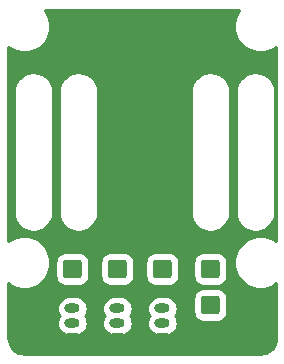
<source format=gbr>
%TF.GenerationSoftware,KiCad,Pcbnew,(5.1.9)-1*%
%TF.CreationDate,2022-05-31T00:47:07+01:00*%
%TF.ProjectId,board,626f6172-642e-46b6-9963-61645f706362,rev?*%
%TF.SameCoordinates,Original*%
%TF.FileFunction,Copper,L2,Bot*%
%TF.FilePolarity,Positive*%
%FSLAX46Y46*%
G04 Gerber Fmt 4.6, Leading zero omitted, Abs format (unit mm)*
G04 Created by KiCad (PCBNEW (5.1.9)-1) date 2022-05-31 00:47:07*
%MOMM*%
%LPD*%
G01*
G04 APERTURE LIST*
%TA.AperFunction,ComponentPad*%
%ADD10O,1.300000X0.800000*%
%TD*%
%TA.AperFunction,ViaPad*%
%ADD11C,0.800000*%
%TD*%
%TA.AperFunction,Conductor*%
%ADD12C,0.254000*%
%TD*%
%TA.AperFunction,Conductor*%
%ADD13C,0.100000*%
%TD*%
G04 APERTURE END LIST*
%TO.P,J13,1*%
%TO.N,Net-(J1-Pad6)*%
%TA.AperFunction,ComponentPad*%
G36*
G01*
X107480000Y-122386000D02*
X107480000Y-123486000D01*
G75*
G02*
X107230000Y-123736000I-250000J0D01*
G01*
X106130000Y-123736000D01*
G75*
G02*
X105880000Y-123486000I0J250000D01*
G01*
X105880000Y-122386000D01*
G75*
G02*
X106130000Y-122136000I250000J0D01*
G01*
X107230000Y-122136000D01*
G75*
G02*
X107480000Y-122386000I0J-250000D01*
G01*
G37*
%TD.AperFunction*%
%TD*%
%TO.P,J10,1*%
%TO.N,+BATT*%
%TA.AperFunction,ComponentPad*%
G36*
G01*
X117814000Y-125184000D02*
X118914000Y-125184000D01*
G75*
G02*
X119164000Y-125434000I0J-250000D01*
G01*
X119164000Y-126534000D01*
G75*
G02*
X118914000Y-126784000I-250000J0D01*
G01*
X117814000Y-126784000D01*
G75*
G02*
X117564000Y-126534000I0J250000D01*
G01*
X117564000Y-125434000D01*
G75*
G02*
X117814000Y-125184000I250000J0D01*
G01*
G37*
%TD.AperFunction*%
%TD*%
%TO.P,J9,1*%
%TO.N,Net-(J1-Pad3)*%
%TA.AperFunction,ComponentPad*%
G36*
G01*
X118914000Y-123736000D02*
X117814000Y-123736000D01*
G75*
G02*
X117564000Y-123486000I0J250000D01*
G01*
X117564000Y-122386000D01*
G75*
G02*
X117814000Y-122136000I250000J0D01*
G01*
X118914000Y-122136000D01*
G75*
G02*
X119164000Y-122386000I0J-250000D01*
G01*
X119164000Y-123486000D01*
G75*
G02*
X118914000Y-123736000I-250000J0D01*
G01*
G37*
%TD.AperFunction*%
%TD*%
%TO.P,J8,1*%
%TO.N,Net-(J1-Pad4)*%
%TA.AperFunction,ComponentPad*%
G36*
G01*
X113500000Y-123486000D02*
X113500000Y-122386000D01*
G75*
G02*
X113750000Y-122136000I250000J0D01*
G01*
X114850000Y-122136000D01*
G75*
G02*
X115100000Y-122386000I0J-250000D01*
G01*
X115100000Y-123486000D01*
G75*
G02*
X114850000Y-123736000I-250000J0D01*
G01*
X113750000Y-123736000D01*
G75*
G02*
X113500000Y-123486000I0J250000D01*
G01*
G37*
%TD.AperFunction*%
%TD*%
%TO.P,J7,1*%
%TO.N,Net-(J1-Pad5)*%
%TA.AperFunction,ComponentPad*%
G36*
G01*
X109690000Y-123486000D02*
X109690000Y-122386000D01*
G75*
G02*
X109940000Y-122136000I250000J0D01*
G01*
X111040000Y-122136000D01*
G75*
G02*
X111290000Y-122386000I0J-250000D01*
G01*
X111290000Y-123486000D01*
G75*
G02*
X111040000Y-123736000I-250000J0D01*
G01*
X109940000Y-123736000D01*
G75*
G02*
X109690000Y-123486000I0J250000D01*
G01*
G37*
%TD.AperFunction*%
%TD*%
%TO.P,J6,1*%
%TO.N,GND*%
%TA.AperFunction,ComponentPad*%
G36*
G01*
X117814000Y-128232000D02*
X118914000Y-128232000D01*
G75*
G02*
X119164000Y-128482000I0J-250000D01*
G01*
X119164000Y-129582000D01*
G75*
G02*
X118914000Y-129832000I-250000J0D01*
G01*
X117814000Y-129832000D01*
G75*
G02*
X117564000Y-129582000I0J250000D01*
G01*
X117564000Y-128482000D01*
G75*
G02*
X117814000Y-128232000I250000J0D01*
G01*
G37*
%TD.AperFunction*%
%TD*%
D10*
%TO.P,J4,3*%
%TO.N,Net-(J1-Pad4)*%
X114300000Y-126278000D03*
%TO.P,J4,2*%
%TO.N,+BATT*%
X114300000Y-127528000D03*
%TO.P,J4,1*%
%TO.N,GND*%
%TA.AperFunction,ComponentPad*%
G36*
G01*
X114750000Y-129178000D02*
X113850000Y-129178000D01*
G75*
G02*
X113650000Y-128978000I0J200000D01*
G01*
X113650000Y-128578000D01*
G75*
G02*
X113850000Y-128378000I200000J0D01*
G01*
X114750000Y-128378000D01*
G75*
G02*
X114950000Y-128578000I0J-200000D01*
G01*
X114950000Y-128978000D01*
G75*
G02*
X114750000Y-129178000I-200000J0D01*
G01*
G37*
%TD.AperFunction*%
%TD*%
%TO.P,J3,3*%
%TO.N,Net-(J1-Pad5)*%
X110490000Y-126278000D03*
%TO.P,J3,2*%
%TO.N,+BATT*%
X110490000Y-127528000D03*
%TO.P,J3,1*%
%TO.N,GND*%
%TA.AperFunction,ComponentPad*%
G36*
G01*
X110940000Y-129178000D02*
X110040000Y-129178000D01*
G75*
G02*
X109840000Y-128978000I0J200000D01*
G01*
X109840000Y-128578000D01*
G75*
G02*
X110040000Y-128378000I200000J0D01*
G01*
X110940000Y-128378000D01*
G75*
G02*
X111140000Y-128578000I0J-200000D01*
G01*
X111140000Y-128978000D01*
G75*
G02*
X110940000Y-129178000I-200000J0D01*
G01*
G37*
%TD.AperFunction*%
%TD*%
%TO.P,J2,3*%
%TO.N,Net-(J1-Pad6)*%
X106680000Y-126278000D03*
%TO.P,J2,2*%
%TO.N,+BATT*%
X106680000Y-127528000D03*
%TO.P,J2,1*%
%TO.N,GND*%
%TA.AperFunction,ComponentPad*%
G36*
G01*
X107130000Y-129178000D02*
X106230000Y-129178000D01*
G75*
G02*
X106030000Y-128978000I0J200000D01*
G01*
X106030000Y-128578000D01*
G75*
G02*
X106230000Y-128378000I200000J0D01*
G01*
X107130000Y-128378000D01*
G75*
G02*
X107330000Y-128578000I0J-200000D01*
G01*
X107330000Y-128978000D01*
G75*
G02*
X107130000Y-129178000I-200000J0D01*
G01*
G37*
%TD.AperFunction*%
%TD*%
D11*
%TO.N,GND*%
X116586000Y-105918000D03*
%TD*%
D12*
%TO.N,GND*%
X120622458Y-101321120D02*
X120454582Y-101726408D01*
X120369000Y-102156660D01*
X120369000Y-102595340D01*
X120454582Y-103025592D01*
X120622458Y-103430880D01*
X120866176Y-103795630D01*
X121176370Y-104105824D01*
X121541120Y-104349542D01*
X121946408Y-104517418D01*
X122376660Y-104603000D01*
X122815340Y-104603000D01*
X123245592Y-104517418D01*
X123650880Y-104349542D01*
X123936271Y-104158850D01*
X123938761Y-120594814D01*
X123650880Y-120402458D01*
X123245592Y-120234582D01*
X122815340Y-120149000D01*
X122376660Y-120149000D01*
X121946408Y-120234582D01*
X121541120Y-120402458D01*
X121176370Y-120646176D01*
X120866176Y-120956370D01*
X120622458Y-121321120D01*
X120454582Y-121726408D01*
X120369000Y-122156660D01*
X120369000Y-122595340D01*
X120454582Y-123025592D01*
X120622458Y-123430880D01*
X120866176Y-123795630D01*
X121176370Y-124105824D01*
X121541120Y-124349542D01*
X121946408Y-124517418D01*
X122376660Y-124603000D01*
X122815340Y-124603000D01*
X123245592Y-124517418D01*
X123650880Y-124349542D01*
X123939300Y-124156826D01*
X123939995Y-128745770D01*
X123911375Y-129037660D01*
X123835965Y-129287429D01*
X123713477Y-129517794D01*
X123548579Y-129719979D01*
X123347546Y-129886288D01*
X123118046Y-130010378D01*
X122868805Y-130087531D01*
X122578911Y-130118000D01*
X102628279Y-130118000D01*
X102336340Y-130089375D01*
X102086571Y-130013965D01*
X101856206Y-129891477D01*
X101654021Y-129726579D01*
X101487712Y-129525546D01*
X101363622Y-129296046D01*
X101286469Y-129046805D01*
X101256000Y-128756911D01*
X101256000Y-126278000D01*
X105389993Y-126278000D01*
X105409976Y-126480895D01*
X105469159Y-126675993D01*
X105565266Y-126855797D01*
X105604004Y-126903000D01*
X105565266Y-126950203D01*
X105469159Y-127130007D01*
X105409976Y-127325105D01*
X105389993Y-127528000D01*
X105409976Y-127730895D01*
X105469159Y-127925993D01*
X105565266Y-128105797D01*
X105694604Y-128263396D01*
X105852203Y-128392734D01*
X106032007Y-128488841D01*
X106227105Y-128548024D01*
X106379162Y-128563000D01*
X106980838Y-128563000D01*
X107132895Y-128548024D01*
X107327993Y-128488841D01*
X107507797Y-128392734D01*
X107665396Y-128263396D01*
X107794734Y-128105797D01*
X107890841Y-127925993D01*
X107950024Y-127730895D01*
X107970007Y-127528000D01*
X107950024Y-127325105D01*
X107890841Y-127130007D01*
X107794734Y-126950203D01*
X107755996Y-126903000D01*
X107794734Y-126855797D01*
X107890841Y-126675993D01*
X107950024Y-126480895D01*
X107970007Y-126278000D01*
X109199993Y-126278000D01*
X109219976Y-126480895D01*
X109279159Y-126675993D01*
X109375266Y-126855797D01*
X109414004Y-126903000D01*
X109375266Y-126950203D01*
X109279159Y-127130007D01*
X109219976Y-127325105D01*
X109199993Y-127528000D01*
X109219976Y-127730895D01*
X109279159Y-127925993D01*
X109375266Y-128105797D01*
X109504604Y-128263396D01*
X109662203Y-128392734D01*
X109842007Y-128488841D01*
X110037105Y-128548024D01*
X110189162Y-128563000D01*
X110790838Y-128563000D01*
X110942895Y-128548024D01*
X111137993Y-128488841D01*
X111317797Y-128392734D01*
X111475396Y-128263396D01*
X111604734Y-128105797D01*
X111700841Y-127925993D01*
X111760024Y-127730895D01*
X111780007Y-127528000D01*
X111760024Y-127325105D01*
X111700841Y-127130007D01*
X111604734Y-126950203D01*
X111565996Y-126903000D01*
X111604734Y-126855797D01*
X111700841Y-126675993D01*
X111760024Y-126480895D01*
X111780007Y-126278000D01*
X113009993Y-126278000D01*
X113029976Y-126480895D01*
X113089159Y-126675993D01*
X113185266Y-126855797D01*
X113224004Y-126903000D01*
X113185266Y-126950203D01*
X113089159Y-127130007D01*
X113029976Y-127325105D01*
X113009993Y-127528000D01*
X113029976Y-127730895D01*
X113089159Y-127925993D01*
X113185266Y-128105797D01*
X113314604Y-128263396D01*
X113472203Y-128392734D01*
X113652007Y-128488841D01*
X113847105Y-128548024D01*
X113999162Y-128563000D01*
X114600838Y-128563000D01*
X114752895Y-128548024D01*
X114947993Y-128488841D01*
X115127797Y-128392734D01*
X115285396Y-128263396D01*
X115414734Y-128105797D01*
X115510841Y-127925993D01*
X115570024Y-127730895D01*
X115590007Y-127528000D01*
X115570024Y-127325105D01*
X115510841Y-127130007D01*
X115414734Y-126950203D01*
X115375996Y-126903000D01*
X115414734Y-126855797D01*
X115510841Y-126675993D01*
X115570024Y-126480895D01*
X115590007Y-126278000D01*
X115570024Y-126075105D01*
X115510841Y-125880007D01*
X115414734Y-125700203D01*
X115285396Y-125542604D01*
X115153062Y-125434000D01*
X116925928Y-125434000D01*
X116925928Y-126534000D01*
X116942992Y-126707254D01*
X116993528Y-126873850D01*
X117075595Y-127027386D01*
X117186038Y-127161962D01*
X117320614Y-127272405D01*
X117474150Y-127354472D01*
X117640746Y-127405008D01*
X117814000Y-127422072D01*
X118914000Y-127422072D01*
X119087254Y-127405008D01*
X119253850Y-127354472D01*
X119407386Y-127272405D01*
X119541962Y-127161962D01*
X119652405Y-127027386D01*
X119734472Y-126873850D01*
X119785008Y-126707254D01*
X119802072Y-126534000D01*
X119802072Y-125434000D01*
X119785008Y-125260746D01*
X119734472Y-125094150D01*
X119652405Y-124940614D01*
X119541962Y-124806038D01*
X119407386Y-124695595D01*
X119253850Y-124613528D01*
X119087254Y-124562992D01*
X118914000Y-124545928D01*
X117814000Y-124545928D01*
X117640746Y-124562992D01*
X117474150Y-124613528D01*
X117320614Y-124695595D01*
X117186038Y-124806038D01*
X117075595Y-124940614D01*
X116993528Y-125094150D01*
X116942992Y-125260746D01*
X116925928Y-125434000D01*
X115153062Y-125434000D01*
X115127797Y-125413266D01*
X114947993Y-125317159D01*
X114752895Y-125257976D01*
X114600838Y-125243000D01*
X113999162Y-125243000D01*
X113847105Y-125257976D01*
X113652007Y-125317159D01*
X113472203Y-125413266D01*
X113314604Y-125542604D01*
X113185266Y-125700203D01*
X113089159Y-125880007D01*
X113029976Y-126075105D01*
X113009993Y-126278000D01*
X111780007Y-126278000D01*
X111760024Y-126075105D01*
X111700841Y-125880007D01*
X111604734Y-125700203D01*
X111475396Y-125542604D01*
X111317797Y-125413266D01*
X111137993Y-125317159D01*
X110942895Y-125257976D01*
X110790838Y-125243000D01*
X110189162Y-125243000D01*
X110037105Y-125257976D01*
X109842007Y-125317159D01*
X109662203Y-125413266D01*
X109504604Y-125542604D01*
X109375266Y-125700203D01*
X109279159Y-125880007D01*
X109219976Y-126075105D01*
X109199993Y-126278000D01*
X107970007Y-126278000D01*
X107950024Y-126075105D01*
X107890841Y-125880007D01*
X107794734Y-125700203D01*
X107665396Y-125542604D01*
X107507797Y-125413266D01*
X107327993Y-125317159D01*
X107132895Y-125257976D01*
X106980838Y-125243000D01*
X106379162Y-125243000D01*
X106227105Y-125257976D01*
X106032007Y-125317159D01*
X105852203Y-125413266D01*
X105694604Y-125542604D01*
X105565266Y-125700203D01*
X105469159Y-125880007D01*
X105409976Y-126075105D01*
X105389993Y-126278000D01*
X101256000Y-126278000D01*
X101256000Y-124159031D01*
X101541120Y-124349542D01*
X101946408Y-124517418D01*
X102376660Y-124603000D01*
X102815340Y-124603000D01*
X103245592Y-124517418D01*
X103650880Y-124349542D01*
X104015630Y-124105824D01*
X104325824Y-123795630D01*
X104569542Y-123430880D01*
X104737418Y-123025592D01*
X104823000Y-122595340D01*
X104823000Y-122386000D01*
X105241928Y-122386000D01*
X105241928Y-123486000D01*
X105258992Y-123659254D01*
X105309528Y-123825850D01*
X105391595Y-123979386D01*
X105502038Y-124113962D01*
X105636614Y-124224405D01*
X105790150Y-124306472D01*
X105956746Y-124357008D01*
X106130000Y-124374072D01*
X107230000Y-124374072D01*
X107403254Y-124357008D01*
X107569850Y-124306472D01*
X107723386Y-124224405D01*
X107857962Y-124113962D01*
X107968405Y-123979386D01*
X108050472Y-123825850D01*
X108101008Y-123659254D01*
X108118072Y-123486000D01*
X108118072Y-122386000D01*
X109051928Y-122386000D01*
X109051928Y-123486000D01*
X109068992Y-123659254D01*
X109119528Y-123825850D01*
X109201595Y-123979386D01*
X109312038Y-124113962D01*
X109446614Y-124224405D01*
X109600150Y-124306472D01*
X109766746Y-124357008D01*
X109940000Y-124374072D01*
X111040000Y-124374072D01*
X111213254Y-124357008D01*
X111379850Y-124306472D01*
X111533386Y-124224405D01*
X111667962Y-124113962D01*
X111778405Y-123979386D01*
X111860472Y-123825850D01*
X111911008Y-123659254D01*
X111928072Y-123486000D01*
X111928072Y-122386000D01*
X112861928Y-122386000D01*
X112861928Y-123486000D01*
X112878992Y-123659254D01*
X112929528Y-123825850D01*
X113011595Y-123979386D01*
X113122038Y-124113962D01*
X113256614Y-124224405D01*
X113410150Y-124306472D01*
X113576746Y-124357008D01*
X113750000Y-124374072D01*
X114850000Y-124374072D01*
X115023254Y-124357008D01*
X115189850Y-124306472D01*
X115343386Y-124224405D01*
X115477962Y-124113962D01*
X115588405Y-123979386D01*
X115670472Y-123825850D01*
X115721008Y-123659254D01*
X115738072Y-123486000D01*
X115738072Y-122386000D01*
X116925928Y-122386000D01*
X116925928Y-123486000D01*
X116942992Y-123659254D01*
X116993528Y-123825850D01*
X117075595Y-123979386D01*
X117186038Y-124113962D01*
X117320614Y-124224405D01*
X117474150Y-124306472D01*
X117640746Y-124357008D01*
X117814000Y-124374072D01*
X118914000Y-124374072D01*
X119087254Y-124357008D01*
X119253850Y-124306472D01*
X119407386Y-124224405D01*
X119541962Y-124113962D01*
X119652405Y-123979386D01*
X119734472Y-123825850D01*
X119785008Y-123659254D01*
X119802072Y-123486000D01*
X119802072Y-122386000D01*
X119785008Y-122212746D01*
X119734472Y-122046150D01*
X119652405Y-121892614D01*
X119541962Y-121758038D01*
X119407386Y-121647595D01*
X119253850Y-121565528D01*
X119087254Y-121514992D01*
X118914000Y-121497928D01*
X117814000Y-121497928D01*
X117640746Y-121514992D01*
X117474150Y-121565528D01*
X117320614Y-121647595D01*
X117186038Y-121758038D01*
X117075595Y-121892614D01*
X116993528Y-122046150D01*
X116942992Y-122212746D01*
X116925928Y-122386000D01*
X115738072Y-122386000D01*
X115721008Y-122212746D01*
X115670472Y-122046150D01*
X115588405Y-121892614D01*
X115477962Y-121758038D01*
X115343386Y-121647595D01*
X115189850Y-121565528D01*
X115023254Y-121514992D01*
X114850000Y-121497928D01*
X113750000Y-121497928D01*
X113576746Y-121514992D01*
X113410150Y-121565528D01*
X113256614Y-121647595D01*
X113122038Y-121758038D01*
X113011595Y-121892614D01*
X112929528Y-122046150D01*
X112878992Y-122212746D01*
X112861928Y-122386000D01*
X111928072Y-122386000D01*
X111911008Y-122212746D01*
X111860472Y-122046150D01*
X111778405Y-121892614D01*
X111667962Y-121758038D01*
X111533386Y-121647595D01*
X111379850Y-121565528D01*
X111213254Y-121514992D01*
X111040000Y-121497928D01*
X109940000Y-121497928D01*
X109766746Y-121514992D01*
X109600150Y-121565528D01*
X109446614Y-121647595D01*
X109312038Y-121758038D01*
X109201595Y-121892614D01*
X109119528Y-122046150D01*
X109068992Y-122212746D01*
X109051928Y-122386000D01*
X108118072Y-122386000D01*
X108101008Y-122212746D01*
X108050472Y-122046150D01*
X107968405Y-121892614D01*
X107857962Y-121758038D01*
X107723386Y-121647595D01*
X107569850Y-121565528D01*
X107403254Y-121514992D01*
X107230000Y-121497928D01*
X106130000Y-121497928D01*
X105956746Y-121514992D01*
X105790150Y-121565528D01*
X105636614Y-121647595D01*
X105502038Y-121758038D01*
X105391595Y-121892614D01*
X105309528Y-122046150D01*
X105258992Y-122212746D01*
X105241928Y-122386000D01*
X104823000Y-122386000D01*
X104823000Y-122156660D01*
X104737418Y-121726408D01*
X104569542Y-121321120D01*
X104325824Y-120956370D01*
X104015630Y-120646176D01*
X103650880Y-120402458D01*
X103245592Y-120234582D01*
X102815340Y-120149000D01*
X102376660Y-120149000D01*
X101946408Y-120234582D01*
X101541120Y-120402458D01*
X101256000Y-120592969D01*
X101256000Y-107917582D01*
X101702000Y-107917582D01*
X101702001Y-118142419D01*
X101705249Y-118175397D01*
X101705249Y-118188591D01*
X101706212Y-118197756D01*
X101728315Y-118394808D01*
X101740747Y-118453295D01*
X101752370Y-118511997D01*
X101755096Y-118520800D01*
X101815052Y-118709808D01*
X101838612Y-118764778D01*
X101861414Y-118820099D01*
X101865797Y-118828205D01*
X101961324Y-119001966D01*
X101995130Y-119051338D01*
X102028221Y-119101144D01*
X102034095Y-119108245D01*
X102161552Y-119260142D01*
X102204263Y-119301968D01*
X102246441Y-119344442D01*
X102253583Y-119350266D01*
X102408116Y-119474515D01*
X102458170Y-119507269D01*
X102507765Y-119540722D01*
X102515901Y-119545048D01*
X102691625Y-119636914D01*
X102747078Y-119659318D01*
X102802233Y-119682503D01*
X102811055Y-119685166D01*
X103001276Y-119741151D01*
X103060010Y-119752355D01*
X103118633Y-119764389D01*
X103127805Y-119765288D01*
X103325277Y-119783259D01*
X103385094Y-119782841D01*
X103444911Y-119783259D01*
X103454083Y-119782359D01*
X103651284Y-119761632D01*
X103709834Y-119749613D01*
X103768639Y-119738396D01*
X103777461Y-119735732D01*
X103966882Y-119677097D01*
X104022009Y-119653924D01*
X104077492Y-119631507D01*
X104085629Y-119627181D01*
X104260052Y-119532870D01*
X104309636Y-119499425D01*
X104359699Y-119466665D01*
X104366840Y-119460841D01*
X104519624Y-119334446D01*
X104561744Y-119292031D01*
X104604513Y-119250149D01*
X104610387Y-119243048D01*
X104735711Y-119089386D01*
X104768803Y-119039577D01*
X104802610Y-118990205D01*
X104806993Y-118982098D01*
X104900084Y-118807020D01*
X104922875Y-118751725D01*
X104946446Y-118696730D01*
X104949171Y-118687926D01*
X105006482Y-118498100D01*
X105018098Y-118439434D01*
X105030537Y-118380913D01*
X105031500Y-118371748D01*
X105050850Y-118174407D01*
X105050850Y-118174402D01*
X105054000Y-118142419D01*
X105054000Y-107917582D01*
X105512000Y-107917582D01*
X105512001Y-118142419D01*
X105515249Y-118175397D01*
X105515249Y-118188591D01*
X105516212Y-118197756D01*
X105538315Y-118394808D01*
X105550747Y-118453295D01*
X105562370Y-118511997D01*
X105565096Y-118520800D01*
X105625052Y-118709808D01*
X105648612Y-118764778D01*
X105671414Y-118820099D01*
X105675797Y-118828205D01*
X105771324Y-119001966D01*
X105805130Y-119051338D01*
X105838221Y-119101144D01*
X105844095Y-119108245D01*
X105971552Y-119260142D01*
X106014263Y-119301968D01*
X106056441Y-119344442D01*
X106063583Y-119350266D01*
X106218116Y-119474515D01*
X106268170Y-119507269D01*
X106317765Y-119540722D01*
X106325901Y-119545048D01*
X106501625Y-119636914D01*
X106557078Y-119659318D01*
X106612233Y-119682503D01*
X106621055Y-119685166D01*
X106811276Y-119741151D01*
X106870010Y-119752355D01*
X106928633Y-119764389D01*
X106937805Y-119765288D01*
X107135277Y-119783259D01*
X107195094Y-119782841D01*
X107254911Y-119783259D01*
X107264083Y-119782359D01*
X107461284Y-119761632D01*
X107519834Y-119749613D01*
X107578639Y-119738396D01*
X107587461Y-119735732D01*
X107776882Y-119677097D01*
X107832009Y-119653924D01*
X107887492Y-119631507D01*
X107895629Y-119627181D01*
X108070052Y-119532870D01*
X108119636Y-119499425D01*
X108169699Y-119466665D01*
X108176840Y-119460841D01*
X108329624Y-119334446D01*
X108371744Y-119292031D01*
X108414513Y-119250149D01*
X108420387Y-119243048D01*
X108545711Y-119089386D01*
X108578803Y-119039577D01*
X108612610Y-118990205D01*
X108616993Y-118982098D01*
X108710084Y-118807020D01*
X108732875Y-118751725D01*
X108756446Y-118696730D01*
X108759171Y-118687926D01*
X108816482Y-118498100D01*
X108828098Y-118439434D01*
X108840537Y-118380913D01*
X108841500Y-118371748D01*
X108860850Y-118174407D01*
X108860850Y-118174402D01*
X108864000Y-118142419D01*
X108864000Y-107917582D01*
X116688000Y-107917582D01*
X116688001Y-118142419D01*
X116691249Y-118175397D01*
X116691249Y-118188591D01*
X116692212Y-118197756D01*
X116714315Y-118394808D01*
X116726747Y-118453295D01*
X116738370Y-118511997D01*
X116741096Y-118520800D01*
X116801052Y-118709808D01*
X116824612Y-118764778D01*
X116847414Y-118820099D01*
X116851797Y-118828205D01*
X116947324Y-119001966D01*
X116981130Y-119051338D01*
X117014221Y-119101144D01*
X117020095Y-119108245D01*
X117147552Y-119260142D01*
X117190263Y-119301968D01*
X117232441Y-119344442D01*
X117239583Y-119350266D01*
X117394116Y-119474515D01*
X117444170Y-119507269D01*
X117493765Y-119540722D01*
X117501901Y-119545048D01*
X117677625Y-119636914D01*
X117733078Y-119659318D01*
X117788233Y-119682503D01*
X117797055Y-119685166D01*
X117987276Y-119741151D01*
X118046010Y-119752355D01*
X118104633Y-119764389D01*
X118113805Y-119765288D01*
X118311277Y-119783259D01*
X118371094Y-119782841D01*
X118430911Y-119783259D01*
X118440083Y-119782359D01*
X118637284Y-119761632D01*
X118695834Y-119749613D01*
X118754639Y-119738396D01*
X118763461Y-119735732D01*
X118952882Y-119677097D01*
X119008009Y-119653924D01*
X119063492Y-119631507D01*
X119071629Y-119627181D01*
X119246052Y-119532870D01*
X119295636Y-119499425D01*
X119345699Y-119466665D01*
X119352840Y-119460841D01*
X119505624Y-119334446D01*
X119547744Y-119292031D01*
X119590513Y-119250149D01*
X119596387Y-119243048D01*
X119721711Y-119089386D01*
X119754803Y-119039577D01*
X119788610Y-118990205D01*
X119792993Y-118982098D01*
X119886084Y-118807020D01*
X119908875Y-118751725D01*
X119932446Y-118696730D01*
X119935171Y-118687926D01*
X119992482Y-118498100D01*
X120004098Y-118439434D01*
X120016537Y-118380913D01*
X120017500Y-118371748D01*
X120036850Y-118174407D01*
X120036850Y-118174402D01*
X120040000Y-118142419D01*
X120040000Y-107917582D01*
X120498000Y-107917582D01*
X120498001Y-118142419D01*
X120501249Y-118175397D01*
X120501249Y-118188591D01*
X120502212Y-118197756D01*
X120524315Y-118394808D01*
X120536747Y-118453295D01*
X120548370Y-118511997D01*
X120551096Y-118520800D01*
X120611052Y-118709808D01*
X120634612Y-118764778D01*
X120657414Y-118820099D01*
X120661797Y-118828205D01*
X120757324Y-119001966D01*
X120791130Y-119051338D01*
X120824221Y-119101144D01*
X120830095Y-119108245D01*
X120957552Y-119260142D01*
X121000263Y-119301968D01*
X121042441Y-119344442D01*
X121049583Y-119350266D01*
X121204116Y-119474515D01*
X121254170Y-119507269D01*
X121303765Y-119540722D01*
X121311901Y-119545048D01*
X121487625Y-119636914D01*
X121543078Y-119659318D01*
X121598233Y-119682503D01*
X121607055Y-119685166D01*
X121797276Y-119741151D01*
X121856010Y-119752355D01*
X121914633Y-119764389D01*
X121923805Y-119765288D01*
X122121277Y-119783259D01*
X122181094Y-119782841D01*
X122240911Y-119783259D01*
X122250083Y-119782359D01*
X122447284Y-119761632D01*
X122505834Y-119749613D01*
X122564639Y-119738396D01*
X122573461Y-119735732D01*
X122762882Y-119677097D01*
X122818009Y-119653924D01*
X122873492Y-119631507D01*
X122881629Y-119627181D01*
X123056052Y-119532870D01*
X123105636Y-119499425D01*
X123155699Y-119466665D01*
X123162840Y-119460841D01*
X123315624Y-119334446D01*
X123357744Y-119292031D01*
X123400513Y-119250149D01*
X123406387Y-119243048D01*
X123531711Y-119089386D01*
X123564803Y-119039577D01*
X123598610Y-118990205D01*
X123602993Y-118982098D01*
X123696084Y-118807020D01*
X123718875Y-118751725D01*
X123742446Y-118696730D01*
X123745171Y-118687926D01*
X123802482Y-118498100D01*
X123814098Y-118439434D01*
X123826537Y-118380913D01*
X123827500Y-118371748D01*
X123846850Y-118174407D01*
X123846850Y-118174402D01*
X123850000Y-118142419D01*
X123850000Y-107917581D01*
X123846751Y-107884593D01*
X123846751Y-107871409D01*
X123845788Y-107862244D01*
X123823685Y-107665192D01*
X123811251Y-107606699D01*
X123799630Y-107548003D01*
X123796904Y-107539200D01*
X123736948Y-107350193D01*
X123713400Y-107295249D01*
X123690586Y-107239900D01*
X123686203Y-107231794D01*
X123590676Y-107058034D01*
X123556892Y-107008695D01*
X123523779Y-106958855D01*
X123517905Y-106951755D01*
X123390448Y-106799857D01*
X123347718Y-106758013D01*
X123305559Y-106715558D01*
X123298417Y-106709734D01*
X123143883Y-106585485D01*
X123093847Y-106552742D01*
X123044235Y-106519278D01*
X123036098Y-106514952D01*
X122860375Y-106423086D01*
X122804936Y-106400688D01*
X122749768Y-106377497D01*
X122740946Y-106374834D01*
X122550724Y-106318849D01*
X122492016Y-106307650D01*
X122433367Y-106295611D01*
X122424195Y-106294712D01*
X122226723Y-106276741D01*
X122166906Y-106277159D01*
X122107088Y-106276741D01*
X122097917Y-106277641D01*
X121900715Y-106298368D01*
X121842151Y-106310390D01*
X121783362Y-106321604D01*
X121774540Y-106324268D01*
X121585118Y-106382903D01*
X121530005Y-106406071D01*
X121474507Y-106428493D01*
X121466371Y-106432820D01*
X121291947Y-106527130D01*
X121242331Y-106560597D01*
X121192301Y-106593335D01*
X121185160Y-106599159D01*
X121032376Y-106725553D01*
X120990237Y-106767988D01*
X120947487Y-106809851D01*
X120941613Y-106816952D01*
X120816289Y-106970614D01*
X120783174Y-107020456D01*
X120749390Y-107069796D01*
X120745007Y-107077902D01*
X120651916Y-107252980D01*
X120629125Y-107308275D01*
X120605554Y-107363270D01*
X120602829Y-107372073D01*
X120545518Y-107561900D01*
X120533900Y-107620580D01*
X120521463Y-107679087D01*
X120520500Y-107688252D01*
X120501150Y-107885594D01*
X120501150Y-107885599D01*
X120498000Y-107917582D01*
X120040000Y-107917582D01*
X120040000Y-107917581D01*
X120036751Y-107884593D01*
X120036751Y-107871409D01*
X120035788Y-107862244D01*
X120013685Y-107665192D01*
X120001251Y-107606699D01*
X119989630Y-107548003D01*
X119986904Y-107539200D01*
X119926948Y-107350193D01*
X119903400Y-107295249D01*
X119880586Y-107239900D01*
X119876203Y-107231794D01*
X119780676Y-107058034D01*
X119746892Y-107008695D01*
X119713779Y-106958855D01*
X119707905Y-106951755D01*
X119580448Y-106799857D01*
X119537718Y-106758013D01*
X119495559Y-106715558D01*
X119488417Y-106709734D01*
X119333883Y-106585485D01*
X119283847Y-106552742D01*
X119234235Y-106519278D01*
X119226098Y-106514952D01*
X119050375Y-106423086D01*
X118994936Y-106400688D01*
X118939768Y-106377497D01*
X118930946Y-106374834D01*
X118740724Y-106318849D01*
X118682016Y-106307650D01*
X118623367Y-106295611D01*
X118614195Y-106294712D01*
X118416723Y-106276741D01*
X118356906Y-106277159D01*
X118297088Y-106276741D01*
X118287917Y-106277641D01*
X118090715Y-106298368D01*
X118032151Y-106310390D01*
X117973362Y-106321604D01*
X117964540Y-106324268D01*
X117775118Y-106382903D01*
X117720005Y-106406071D01*
X117664507Y-106428493D01*
X117656371Y-106432820D01*
X117481947Y-106527130D01*
X117432331Y-106560597D01*
X117382301Y-106593335D01*
X117375160Y-106599159D01*
X117222376Y-106725553D01*
X117180237Y-106767988D01*
X117137487Y-106809851D01*
X117131613Y-106816952D01*
X117006289Y-106970614D01*
X116973174Y-107020456D01*
X116939390Y-107069796D01*
X116935007Y-107077902D01*
X116841916Y-107252980D01*
X116819125Y-107308275D01*
X116795554Y-107363270D01*
X116792829Y-107372073D01*
X116735518Y-107561900D01*
X116723900Y-107620580D01*
X116711463Y-107679087D01*
X116710500Y-107688252D01*
X116691150Y-107885594D01*
X116691150Y-107885599D01*
X116688000Y-107917582D01*
X108864000Y-107917582D01*
X108864000Y-107917581D01*
X108860751Y-107884593D01*
X108860751Y-107871409D01*
X108859788Y-107862244D01*
X108837685Y-107665192D01*
X108825251Y-107606699D01*
X108813630Y-107548003D01*
X108810904Y-107539200D01*
X108750948Y-107350193D01*
X108727400Y-107295249D01*
X108704586Y-107239900D01*
X108700203Y-107231794D01*
X108604676Y-107058034D01*
X108570892Y-107008695D01*
X108537779Y-106958855D01*
X108531905Y-106951755D01*
X108404448Y-106799857D01*
X108361718Y-106758013D01*
X108319559Y-106715558D01*
X108312417Y-106709734D01*
X108157883Y-106585485D01*
X108107847Y-106552742D01*
X108058235Y-106519278D01*
X108050098Y-106514952D01*
X107874375Y-106423086D01*
X107818936Y-106400688D01*
X107763768Y-106377497D01*
X107754946Y-106374834D01*
X107564724Y-106318849D01*
X107506016Y-106307650D01*
X107447367Y-106295611D01*
X107438195Y-106294712D01*
X107240723Y-106276741D01*
X107180906Y-106277159D01*
X107121088Y-106276741D01*
X107111917Y-106277641D01*
X106914715Y-106298368D01*
X106856151Y-106310390D01*
X106797362Y-106321604D01*
X106788540Y-106324268D01*
X106599118Y-106382903D01*
X106544005Y-106406071D01*
X106488507Y-106428493D01*
X106480371Y-106432820D01*
X106305947Y-106527130D01*
X106256331Y-106560597D01*
X106206301Y-106593335D01*
X106199160Y-106599159D01*
X106046376Y-106725553D01*
X106004237Y-106767988D01*
X105961487Y-106809851D01*
X105955613Y-106816952D01*
X105830289Y-106970614D01*
X105797174Y-107020456D01*
X105763390Y-107069796D01*
X105759007Y-107077902D01*
X105665916Y-107252980D01*
X105643125Y-107308275D01*
X105619554Y-107363270D01*
X105616829Y-107372073D01*
X105559518Y-107561900D01*
X105547900Y-107620580D01*
X105535463Y-107679087D01*
X105534500Y-107688252D01*
X105515150Y-107885594D01*
X105515150Y-107885599D01*
X105512000Y-107917582D01*
X105054000Y-107917582D01*
X105054000Y-107917581D01*
X105050751Y-107884593D01*
X105050751Y-107871409D01*
X105049788Y-107862244D01*
X105027685Y-107665192D01*
X105015251Y-107606699D01*
X105003630Y-107548003D01*
X105000904Y-107539200D01*
X104940948Y-107350193D01*
X104917400Y-107295249D01*
X104894586Y-107239900D01*
X104890203Y-107231794D01*
X104794676Y-107058034D01*
X104760892Y-107008695D01*
X104727779Y-106958855D01*
X104721905Y-106951755D01*
X104594448Y-106799857D01*
X104551718Y-106758013D01*
X104509559Y-106715558D01*
X104502417Y-106709734D01*
X104347883Y-106585485D01*
X104297847Y-106552742D01*
X104248235Y-106519278D01*
X104240098Y-106514952D01*
X104064375Y-106423086D01*
X104008936Y-106400688D01*
X103953768Y-106377497D01*
X103944946Y-106374834D01*
X103754724Y-106318849D01*
X103696016Y-106307650D01*
X103637367Y-106295611D01*
X103628195Y-106294712D01*
X103430723Y-106276741D01*
X103370906Y-106277159D01*
X103311088Y-106276741D01*
X103301917Y-106277641D01*
X103104715Y-106298368D01*
X103046151Y-106310390D01*
X102987362Y-106321604D01*
X102978540Y-106324268D01*
X102789118Y-106382903D01*
X102734005Y-106406071D01*
X102678507Y-106428493D01*
X102670371Y-106432820D01*
X102495947Y-106527130D01*
X102446331Y-106560597D01*
X102396301Y-106593335D01*
X102389160Y-106599159D01*
X102236376Y-106725553D01*
X102194237Y-106767988D01*
X102151487Y-106809851D01*
X102145613Y-106816952D01*
X102020289Y-106970614D01*
X101987174Y-107020456D01*
X101953390Y-107069796D01*
X101949007Y-107077902D01*
X101855916Y-107252980D01*
X101833125Y-107308275D01*
X101809554Y-107363270D01*
X101806829Y-107372073D01*
X101749518Y-107561900D01*
X101737900Y-107620580D01*
X101725463Y-107679087D01*
X101724500Y-107688252D01*
X101705150Y-107885594D01*
X101705150Y-107885599D01*
X101702000Y-107917582D01*
X101256000Y-107917582D01*
X101256000Y-104159031D01*
X101541120Y-104349542D01*
X101946408Y-104517418D01*
X102376660Y-104603000D01*
X102815340Y-104603000D01*
X103245592Y-104517418D01*
X103650880Y-104349542D01*
X104015630Y-104105824D01*
X104325824Y-103795630D01*
X104569542Y-103430880D01*
X104737418Y-103025592D01*
X104823000Y-102595340D01*
X104823000Y-102156660D01*
X104737418Y-101726408D01*
X104569542Y-101321120D01*
X104379031Y-101036000D01*
X120812969Y-101036000D01*
X120622458Y-101321120D01*
%TA.AperFunction,Conductor*%
D13*
G36*
X120622458Y-101321120D02*
G01*
X120454582Y-101726408D01*
X120369000Y-102156660D01*
X120369000Y-102595340D01*
X120454582Y-103025592D01*
X120622458Y-103430880D01*
X120866176Y-103795630D01*
X121176370Y-104105824D01*
X121541120Y-104349542D01*
X121946408Y-104517418D01*
X122376660Y-104603000D01*
X122815340Y-104603000D01*
X123245592Y-104517418D01*
X123650880Y-104349542D01*
X123936271Y-104158850D01*
X123938761Y-120594814D01*
X123650880Y-120402458D01*
X123245592Y-120234582D01*
X122815340Y-120149000D01*
X122376660Y-120149000D01*
X121946408Y-120234582D01*
X121541120Y-120402458D01*
X121176370Y-120646176D01*
X120866176Y-120956370D01*
X120622458Y-121321120D01*
X120454582Y-121726408D01*
X120369000Y-122156660D01*
X120369000Y-122595340D01*
X120454582Y-123025592D01*
X120622458Y-123430880D01*
X120866176Y-123795630D01*
X121176370Y-124105824D01*
X121541120Y-124349542D01*
X121946408Y-124517418D01*
X122376660Y-124603000D01*
X122815340Y-124603000D01*
X123245592Y-124517418D01*
X123650880Y-124349542D01*
X123939300Y-124156826D01*
X123939995Y-128745770D01*
X123911375Y-129037660D01*
X123835965Y-129287429D01*
X123713477Y-129517794D01*
X123548579Y-129719979D01*
X123347546Y-129886288D01*
X123118046Y-130010378D01*
X122868805Y-130087531D01*
X122578911Y-130118000D01*
X102628279Y-130118000D01*
X102336340Y-130089375D01*
X102086571Y-130013965D01*
X101856206Y-129891477D01*
X101654021Y-129726579D01*
X101487712Y-129525546D01*
X101363622Y-129296046D01*
X101286469Y-129046805D01*
X101256000Y-128756911D01*
X101256000Y-126278000D01*
X105389993Y-126278000D01*
X105409976Y-126480895D01*
X105469159Y-126675993D01*
X105565266Y-126855797D01*
X105604004Y-126903000D01*
X105565266Y-126950203D01*
X105469159Y-127130007D01*
X105409976Y-127325105D01*
X105389993Y-127528000D01*
X105409976Y-127730895D01*
X105469159Y-127925993D01*
X105565266Y-128105797D01*
X105694604Y-128263396D01*
X105852203Y-128392734D01*
X106032007Y-128488841D01*
X106227105Y-128548024D01*
X106379162Y-128563000D01*
X106980838Y-128563000D01*
X107132895Y-128548024D01*
X107327993Y-128488841D01*
X107507797Y-128392734D01*
X107665396Y-128263396D01*
X107794734Y-128105797D01*
X107890841Y-127925993D01*
X107950024Y-127730895D01*
X107970007Y-127528000D01*
X107950024Y-127325105D01*
X107890841Y-127130007D01*
X107794734Y-126950203D01*
X107755996Y-126903000D01*
X107794734Y-126855797D01*
X107890841Y-126675993D01*
X107950024Y-126480895D01*
X107970007Y-126278000D01*
X109199993Y-126278000D01*
X109219976Y-126480895D01*
X109279159Y-126675993D01*
X109375266Y-126855797D01*
X109414004Y-126903000D01*
X109375266Y-126950203D01*
X109279159Y-127130007D01*
X109219976Y-127325105D01*
X109199993Y-127528000D01*
X109219976Y-127730895D01*
X109279159Y-127925993D01*
X109375266Y-128105797D01*
X109504604Y-128263396D01*
X109662203Y-128392734D01*
X109842007Y-128488841D01*
X110037105Y-128548024D01*
X110189162Y-128563000D01*
X110790838Y-128563000D01*
X110942895Y-128548024D01*
X111137993Y-128488841D01*
X111317797Y-128392734D01*
X111475396Y-128263396D01*
X111604734Y-128105797D01*
X111700841Y-127925993D01*
X111760024Y-127730895D01*
X111780007Y-127528000D01*
X111760024Y-127325105D01*
X111700841Y-127130007D01*
X111604734Y-126950203D01*
X111565996Y-126903000D01*
X111604734Y-126855797D01*
X111700841Y-126675993D01*
X111760024Y-126480895D01*
X111780007Y-126278000D01*
X113009993Y-126278000D01*
X113029976Y-126480895D01*
X113089159Y-126675993D01*
X113185266Y-126855797D01*
X113224004Y-126903000D01*
X113185266Y-126950203D01*
X113089159Y-127130007D01*
X113029976Y-127325105D01*
X113009993Y-127528000D01*
X113029976Y-127730895D01*
X113089159Y-127925993D01*
X113185266Y-128105797D01*
X113314604Y-128263396D01*
X113472203Y-128392734D01*
X113652007Y-128488841D01*
X113847105Y-128548024D01*
X113999162Y-128563000D01*
X114600838Y-128563000D01*
X114752895Y-128548024D01*
X114947993Y-128488841D01*
X115127797Y-128392734D01*
X115285396Y-128263396D01*
X115414734Y-128105797D01*
X115510841Y-127925993D01*
X115570024Y-127730895D01*
X115590007Y-127528000D01*
X115570024Y-127325105D01*
X115510841Y-127130007D01*
X115414734Y-126950203D01*
X115375996Y-126903000D01*
X115414734Y-126855797D01*
X115510841Y-126675993D01*
X115570024Y-126480895D01*
X115590007Y-126278000D01*
X115570024Y-126075105D01*
X115510841Y-125880007D01*
X115414734Y-125700203D01*
X115285396Y-125542604D01*
X115153062Y-125434000D01*
X116925928Y-125434000D01*
X116925928Y-126534000D01*
X116942992Y-126707254D01*
X116993528Y-126873850D01*
X117075595Y-127027386D01*
X117186038Y-127161962D01*
X117320614Y-127272405D01*
X117474150Y-127354472D01*
X117640746Y-127405008D01*
X117814000Y-127422072D01*
X118914000Y-127422072D01*
X119087254Y-127405008D01*
X119253850Y-127354472D01*
X119407386Y-127272405D01*
X119541962Y-127161962D01*
X119652405Y-127027386D01*
X119734472Y-126873850D01*
X119785008Y-126707254D01*
X119802072Y-126534000D01*
X119802072Y-125434000D01*
X119785008Y-125260746D01*
X119734472Y-125094150D01*
X119652405Y-124940614D01*
X119541962Y-124806038D01*
X119407386Y-124695595D01*
X119253850Y-124613528D01*
X119087254Y-124562992D01*
X118914000Y-124545928D01*
X117814000Y-124545928D01*
X117640746Y-124562992D01*
X117474150Y-124613528D01*
X117320614Y-124695595D01*
X117186038Y-124806038D01*
X117075595Y-124940614D01*
X116993528Y-125094150D01*
X116942992Y-125260746D01*
X116925928Y-125434000D01*
X115153062Y-125434000D01*
X115127797Y-125413266D01*
X114947993Y-125317159D01*
X114752895Y-125257976D01*
X114600838Y-125243000D01*
X113999162Y-125243000D01*
X113847105Y-125257976D01*
X113652007Y-125317159D01*
X113472203Y-125413266D01*
X113314604Y-125542604D01*
X113185266Y-125700203D01*
X113089159Y-125880007D01*
X113029976Y-126075105D01*
X113009993Y-126278000D01*
X111780007Y-126278000D01*
X111760024Y-126075105D01*
X111700841Y-125880007D01*
X111604734Y-125700203D01*
X111475396Y-125542604D01*
X111317797Y-125413266D01*
X111137993Y-125317159D01*
X110942895Y-125257976D01*
X110790838Y-125243000D01*
X110189162Y-125243000D01*
X110037105Y-125257976D01*
X109842007Y-125317159D01*
X109662203Y-125413266D01*
X109504604Y-125542604D01*
X109375266Y-125700203D01*
X109279159Y-125880007D01*
X109219976Y-126075105D01*
X109199993Y-126278000D01*
X107970007Y-126278000D01*
X107950024Y-126075105D01*
X107890841Y-125880007D01*
X107794734Y-125700203D01*
X107665396Y-125542604D01*
X107507797Y-125413266D01*
X107327993Y-125317159D01*
X107132895Y-125257976D01*
X106980838Y-125243000D01*
X106379162Y-125243000D01*
X106227105Y-125257976D01*
X106032007Y-125317159D01*
X105852203Y-125413266D01*
X105694604Y-125542604D01*
X105565266Y-125700203D01*
X105469159Y-125880007D01*
X105409976Y-126075105D01*
X105389993Y-126278000D01*
X101256000Y-126278000D01*
X101256000Y-124159031D01*
X101541120Y-124349542D01*
X101946408Y-124517418D01*
X102376660Y-124603000D01*
X102815340Y-124603000D01*
X103245592Y-124517418D01*
X103650880Y-124349542D01*
X104015630Y-124105824D01*
X104325824Y-123795630D01*
X104569542Y-123430880D01*
X104737418Y-123025592D01*
X104823000Y-122595340D01*
X104823000Y-122386000D01*
X105241928Y-122386000D01*
X105241928Y-123486000D01*
X105258992Y-123659254D01*
X105309528Y-123825850D01*
X105391595Y-123979386D01*
X105502038Y-124113962D01*
X105636614Y-124224405D01*
X105790150Y-124306472D01*
X105956746Y-124357008D01*
X106130000Y-124374072D01*
X107230000Y-124374072D01*
X107403254Y-124357008D01*
X107569850Y-124306472D01*
X107723386Y-124224405D01*
X107857962Y-124113962D01*
X107968405Y-123979386D01*
X108050472Y-123825850D01*
X108101008Y-123659254D01*
X108118072Y-123486000D01*
X108118072Y-122386000D01*
X109051928Y-122386000D01*
X109051928Y-123486000D01*
X109068992Y-123659254D01*
X109119528Y-123825850D01*
X109201595Y-123979386D01*
X109312038Y-124113962D01*
X109446614Y-124224405D01*
X109600150Y-124306472D01*
X109766746Y-124357008D01*
X109940000Y-124374072D01*
X111040000Y-124374072D01*
X111213254Y-124357008D01*
X111379850Y-124306472D01*
X111533386Y-124224405D01*
X111667962Y-124113962D01*
X111778405Y-123979386D01*
X111860472Y-123825850D01*
X111911008Y-123659254D01*
X111928072Y-123486000D01*
X111928072Y-122386000D01*
X112861928Y-122386000D01*
X112861928Y-123486000D01*
X112878992Y-123659254D01*
X112929528Y-123825850D01*
X113011595Y-123979386D01*
X113122038Y-124113962D01*
X113256614Y-124224405D01*
X113410150Y-124306472D01*
X113576746Y-124357008D01*
X113750000Y-124374072D01*
X114850000Y-124374072D01*
X115023254Y-124357008D01*
X115189850Y-124306472D01*
X115343386Y-124224405D01*
X115477962Y-124113962D01*
X115588405Y-123979386D01*
X115670472Y-123825850D01*
X115721008Y-123659254D01*
X115738072Y-123486000D01*
X115738072Y-122386000D01*
X116925928Y-122386000D01*
X116925928Y-123486000D01*
X116942992Y-123659254D01*
X116993528Y-123825850D01*
X117075595Y-123979386D01*
X117186038Y-124113962D01*
X117320614Y-124224405D01*
X117474150Y-124306472D01*
X117640746Y-124357008D01*
X117814000Y-124374072D01*
X118914000Y-124374072D01*
X119087254Y-124357008D01*
X119253850Y-124306472D01*
X119407386Y-124224405D01*
X119541962Y-124113962D01*
X119652405Y-123979386D01*
X119734472Y-123825850D01*
X119785008Y-123659254D01*
X119802072Y-123486000D01*
X119802072Y-122386000D01*
X119785008Y-122212746D01*
X119734472Y-122046150D01*
X119652405Y-121892614D01*
X119541962Y-121758038D01*
X119407386Y-121647595D01*
X119253850Y-121565528D01*
X119087254Y-121514992D01*
X118914000Y-121497928D01*
X117814000Y-121497928D01*
X117640746Y-121514992D01*
X117474150Y-121565528D01*
X117320614Y-121647595D01*
X117186038Y-121758038D01*
X117075595Y-121892614D01*
X116993528Y-122046150D01*
X116942992Y-122212746D01*
X116925928Y-122386000D01*
X115738072Y-122386000D01*
X115721008Y-122212746D01*
X115670472Y-122046150D01*
X115588405Y-121892614D01*
X115477962Y-121758038D01*
X115343386Y-121647595D01*
X115189850Y-121565528D01*
X115023254Y-121514992D01*
X114850000Y-121497928D01*
X113750000Y-121497928D01*
X113576746Y-121514992D01*
X113410150Y-121565528D01*
X113256614Y-121647595D01*
X113122038Y-121758038D01*
X113011595Y-121892614D01*
X112929528Y-122046150D01*
X112878992Y-122212746D01*
X112861928Y-122386000D01*
X111928072Y-122386000D01*
X111911008Y-122212746D01*
X111860472Y-122046150D01*
X111778405Y-121892614D01*
X111667962Y-121758038D01*
X111533386Y-121647595D01*
X111379850Y-121565528D01*
X111213254Y-121514992D01*
X111040000Y-121497928D01*
X109940000Y-121497928D01*
X109766746Y-121514992D01*
X109600150Y-121565528D01*
X109446614Y-121647595D01*
X109312038Y-121758038D01*
X109201595Y-121892614D01*
X109119528Y-122046150D01*
X109068992Y-122212746D01*
X109051928Y-122386000D01*
X108118072Y-122386000D01*
X108101008Y-122212746D01*
X108050472Y-122046150D01*
X107968405Y-121892614D01*
X107857962Y-121758038D01*
X107723386Y-121647595D01*
X107569850Y-121565528D01*
X107403254Y-121514992D01*
X107230000Y-121497928D01*
X106130000Y-121497928D01*
X105956746Y-121514992D01*
X105790150Y-121565528D01*
X105636614Y-121647595D01*
X105502038Y-121758038D01*
X105391595Y-121892614D01*
X105309528Y-122046150D01*
X105258992Y-122212746D01*
X105241928Y-122386000D01*
X104823000Y-122386000D01*
X104823000Y-122156660D01*
X104737418Y-121726408D01*
X104569542Y-121321120D01*
X104325824Y-120956370D01*
X104015630Y-120646176D01*
X103650880Y-120402458D01*
X103245592Y-120234582D01*
X102815340Y-120149000D01*
X102376660Y-120149000D01*
X101946408Y-120234582D01*
X101541120Y-120402458D01*
X101256000Y-120592969D01*
X101256000Y-107917582D01*
X101702000Y-107917582D01*
X101702001Y-118142419D01*
X101705249Y-118175397D01*
X101705249Y-118188591D01*
X101706212Y-118197756D01*
X101728315Y-118394808D01*
X101740747Y-118453295D01*
X101752370Y-118511997D01*
X101755096Y-118520800D01*
X101815052Y-118709808D01*
X101838612Y-118764778D01*
X101861414Y-118820099D01*
X101865797Y-118828205D01*
X101961324Y-119001966D01*
X101995130Y-119051338D01*
X102028221Y-119101144D01*
X102034095Y-119108245D01*
X102161552Y-119260142D01*
X102204263Y-119301968D01*
X102246441Y-119344442D01*
X102253583Y-119350266D01*
X102408116Y-119474515D01*
X102458170Y-119507269D01*
X102507765Y-119540722D01*
X102515901Y-119545048D01*
X102691625Y-119636914D01*
X102747078Y-119659318D01*
X102802233Y-119682503D01*
X102811055Y-119685166D01*
X103001276Y-119741151D01*
X103060010Y-119752355D01*
X103118633Y-119764389D01*
X103127805Y-119765288D01*
X103325277Y-119783259D01*
X103385094Y-119782841D01*
X103444911Y-119783259D01*
X103454083Y-119782359D01*
X103651284Y-119761632D01*
X103709834Y-119749613D01*
X103768639Y-119738396D01*
X103777461Y-119735732D01*
X103966882Y-119677097D01*
X104022009Y-119653924D01*
X104077492Y-119631507D01*
X104085629Y-119627181D01*
X104260052Y-119532870D01*
X104309636Y-119499425D01*
X104359699Y-119466665D01*
X104366840Y-119460841D01*
X104519624Y-119334446D01*
X104561744Y-119292031D01*
X104604513Y-119250149D01*
X104610387Y-119243048D01*
X104735711Y-119089386D01*
X104768803Y-119039577D01*
X104802610Y-118990205D01*
X104806993Y-118982098D01*
X104900084Y-118807020D01*
X104922875Y-118751725D01*
X104946446Y-118696730D01*
X104949171Y-118687926D01*
X105006482Y-118498100D01*
X105018098Y-118439434D01*
X105030537Y-118380913D01*
X105031500Y-118371748D01*
X105050850Y-118174407D01*
X105050850Y-118174402D01*
X105054000Y-118142419D01*
X105054000Y-107917582D01*
X105512000Y-107917582D01*
X105512001Y-118142419D01*
X105515249Y-118175397D01*
X105515249Y-118188591D01*
X105516212Y-118197756D01*
X105538315Y-118394808D01*
X105550747Y-118453295D01*
X105562370Y-118511997D01*
X105565096Y-118520800D01*
X105625052Y-118709808D01*
X105648612Y-118764778D01*
X105671414Y-118820099D01*
X105675797Y-118828205D01*
X105771324Y-119001966D01*
X105805130Y-119051338D01*
X105838221Y-119101144D01*
X105844095Y-119108245D01*
X105971552Y-119260142D01*
X106014263Y-119301968D01*
X106056441Y-119344442D01*
X106063583Y-119350266D01*
X106218116Y-119474515D01*
X106268170Y-119507269D01*
X106317765Y-119540722D01*
X106325901Y-119545048D01*
X106501625Y-119636914D01*
X106557078Y-119659318D01*
X106612233Y-119682503D01*
X106621055Y-119685166D01*
X106811276Y-119741151D01*
X106870010Y-119752355D01*
X106928633Y-119764389D01*
X106937805Y-119765288D01*
X107135277Y-119783259D01*
X107195094Y-119782841D01*
X107254911Y-119783259D01*
X107264083Y-119782359D01*
X107461284Y-119761632D01*
X107519834Y-119749613D01*
X107578639Y-119738396D01*
X107587461Y-119735732D01*
X107776882Y-119677097D01*
X107832009Y-119653924D01*
X107887492Y-119631507D01*
X107895629Y-119627181D01*
X108070052Y-119532870D01*
X108119636Y-119499425D01*
X108169699Y-119466665D01*
X108176840Y-119460841D01*
X108329624Y-119334446D01*
X108371744Y-119292031D01*
X108414513Y-119250149D01*
X108420387Y-119243048D01*
X108545711Y-119089386D01*
X108578803Y-119039577D01*
X108612610Y-118990205D01*
X108616993Y-118982098D01*
X108710084Y-118807020D01*
X108732875Y-118751725D01*
X108756446Y-118696730D01*
X108759171Y-118687926D01*
X108816482Y-118498100D01*
X108828098Y-118439434D01*
X108840537Y-118380913D01*
X108841500Y-118371748D01*
X108860850Y-118174407D01*
X108860850Y-118174402D01*
X108864000Y-118142419D01*
X108864000Y-107917582D01*
X116688000Y-107917582D01*
X116688001Y-118142419D01*
X116691249Y-118175397D01*
X116691249Y-118188591D01*
X116692212Y-118197756D01*
X116714315Y-118394808D01*
X116726747Y-118453295D01*
X116738370Y-118511997D01*
X116741096Y-118520800D01*
X116801052Y-118709808D01*
X116824612Y-118764778D01*
X116847414Y-118820099D01*
X116851797Y-118828205D01*
X116947324Y-119001966D01*
X116981130Y-119051338D01*
X117014221Y-119101144D01*
X117020095Y-119108245D01*
X117147552Y-119260142D01*
X117190263Y-119301968D01*
X117232441Y-119344442D01*
X117239583Y-119350266D01*
X117394116Y-119474515D01*
X117444170Y-119507269D01*
X117493765Y-119540722D01*
X117501901Y-119545048D01*
X117677625Y-119636914D01*
X117733078Y-119659318D01*
X117788233Y-119682503D01*
X117797055Y-119685166D01*
X117987276Y-119741151D01*
X118046010Y-119752355D01*
X118104633Y-119764389D01*
X118113805Y-119765288D01*
X118311277Y-119783259D01*
X118371094Y-119782841D01*
X118430911Y-119783259D01*
X118440083Y-119782359D01*
X118637284Y-119761632D01*
X118695834Y-119749613D01*
X118754639Y-119738396D01*
X118763461Y-119735732D01*
X118952882Y-119677097D01*
X119008009Y-119653924D01*
X119063492Y-119631507D01*
X119071629Y-119627181D01*
X119246052Y-119532870D01*
X119295636Y-119499425D01*
X119345699Y-119466665D01*
X119352840Y-119460841D01*
X119505624Y-119334446D01*
X119547744Y-119292031D01*
X119590513Y-119250149D01*
X119596387Y-119243048D01*
X119721711Y-119089386D01*
X119754803Y-119039577D01*
X119788610Y-118990205D01*
X119792993Y-118982098D01*
X119886084Y-118807020D01*
X119908875Y-118751725D01*
X119932446Y-118696730D01*
X119935171Y-118687926D01*
X119992482Y-118498100D01*
X120004098Y-118439434D01*
X120016537Y-118380913D01*
X120017500Y-118371748D01*
X120036850Y-118174407D01*
X120036850Y-118174402D01*
X120040000Y-118142419D01*
X120040000Y-107917582D01*
X120498000Y-107917582D01*
X120498001Y-118142419D01*
X120501249Y-118175397D01*
X120501249Y-118188591D01*
X120502212Y-118197756D01*
X120524315Y-118394808D01*
X120536747Y-118453295D01*
X120548370Y-118511997D01*
X120551096Y-118520800D01*
X120611052Y-118709808D01*
X120634612Y-118764778D01*
X120657414Y-118820099D01*
X120661797Y-118828205D01*
X120757324Y-119001966D01*
X120791130Y-119051338D01*
X120824221Y-119101144D01*
X120830095Y-119108245D01*
X120957552Y-119260142D01*
X121000263Y-119301968D01*
X121042441Y-119344442D01*
X121049583Y-119350266D01*
X121204116Y-119474515D01*
X121254170Y-119507269D01*
X121303765Y-119540722D01*
X121311901Y-119545048D01*
X121487625Y-119636914D01*
X121543078Y-119659318D01*
X121598233Y-119682503D01*
X121607055Y-119685166D01*
X121797276Y-119741151D01*
X121856010Y-119752355D01*
X121914633Y-119764389D01*
X121923805Y-119765288D01*
X122121277Y-119783259D01*
X122181094Y-119782841D01*
X122240911Y-119783259D01*
X122250083Y-119782359D01*
X122447284Y-119761632D01*
X122505834Y-119749613D01*
X122564639Y-119738396D01*
X122573461Y-119735732D01*
X122762882Y-119677097D01*
X122818009Y-119653924D01*
X122873492Y-119631507D01*
X122881629Y-119627181D01*
X123056052Y-119532870D01*
X123105636Y-119499425D01*
X123155699Y-119466665D01*
X123162840Y-119460841D01*
X123315624Y-119334446D01*
X123357744Y-119292031D01*
X123400513Y-119250149D01*
X123406387Y-119243048D01*
X123531711Y-119089386D01*
X123564803Y-119039577D01*
X123598610Y-118990205D01*
X123602993Y-118982098D01*
X123696084Y-118807020D01*
X123718875Y-118751725D01*
X123742446Y-118696730D01*
X123745171Y-118687926D01*
X123802482Y-118498100D01*
X123814098Y-118439434D01*
X123826537Y-118380913D01*
X123827500Y-118371748D01*
X123846850Y-118174407D01*
X123846850Y-118174402D01*
X123850000Y-118142419D01*
X123850000Y-107917581D01*
X123846751Y-107884593D01*
X123846751Y-107871409D01*
X123845788Y-107862244D01*
X123823685Y-107665192D01*
X123811251Y-107606699D01*
X123799630Y-107548003D01*
X123796904Y-107539200D01*
X123736948Y-107350193D01*
X123713400Y-107295249D01*
X123690586Y-107239900D01*
X123686203Y-107231794D01*
X123590676Y-107058034D01*
X123556892Y-107008695D01*
X123523779Y-106958855D01*
X123517905Y-106951755D01*
X123390448Y-106799857D01*
X123347718Y-106758013D01*
X123305559Y-106715558D01*
X123298417Y-106709734D01*
X123143883Y-106585485D01*
X123093847Y-106552742D01*
X123044235Y-106519278D01*
X123036098Y-106514952D01*
X122860375Y-106423086D01*
X122804936Y-106400688D01*
X122749768Y-106377497D01*
X122740946Y-106374834D01*
X122550724Y-106318849D01*
X122492016Y-106307650D01*
X122433367Y-106295611D01*
X122424195Y-106294712D01*
X122226723Y-106276741D01*
X122166906Y-106277159D01*
X122107088Y-106276741D01*
X122097917Y-106277641D01*
X121900715Y-106298368D01*
X121842151Y-106310390D01*
X121783362Y-106321604D01*
X121774540Y-106324268D01*
X121585118Y-106382903D01*
X121530005Y-106406071D01*
X121474507Y-106428493D01*
X121466371Y-106432820D01*
X121291947Y-106527130D01*
X121242331Y-106560597D01*
X121192301Y-106593335D01*
X121185160Y-106599159D01*
X121032376Y-106725553D01*
X120990237Y-106767988D01*
X120947487Y-106809851D01*
X120941613Y-106816952D01*
X120816289Y-106970614D01*
X120783174Y-107020456D01*
X120749390Y-107069796D01*
X120745007Y-107077902D01*
X120651916Y-107252980D01*
X120629125Y-107308275D01*
X120605554Y-107363270D01*
X120602829Y-107372073D01*
X120545518Y-107561900D01*
X120533900Y-107620580D01*
X120521463Y-107679087D01*
X120520500Y-107688252D01*
X120501150Y-107885594D01*
X120501150Y-107885599D01*
X120498000Y-107917582D01*
X120040000Y-107917582D01*
X120040000Y-107917581D01*
X120036751Y-107884593D01*
X120036751Y-107871409D01*
X120035788Y-107862244D01*
X120013685Y-107665192D01*
X120001251Y-107606699D01*
X119989630Y-107548003D01*
X119986904Y-107539200D01*
X119926948Y-107350193D01*
X119903400Y-107295249D01*
X119880586Y-107239900D01*
X119876203Y-107231794D01*
X119780676Y-107058034D01*
X119746892Y-107008695D01*
X119713779Y-106958855D01*
X119707905Y-106951755D01*
X119580448Y-106799857D01*
X119537718Y-106758013D01*
X119495559Y-106715558D01*
X119488417Y-106709734D01*
X119333883Y-106585485D01*
X119283847Y-106552742D01*
X119234235Y-106519278D01*
X119226098Y-106514952D01*
X119050375Y-106423086D01*
X118994936Y-106400688D01*
X118939768Y-106377497D01*
X118930946Y-106374834D01*
X118740724Y-106318849D01*
X118682016Y-106307650D01*
X118623367Y-106295611D01*
X118614195Y-106294712D01*
X118416723Y-106276741D01*
X118356906Y-106277159D01*
X118297088Y-106276741D01*
X118287917Y-106277641D01*
X118090715Y-106298368D01*
X118032151Y-106310390D01*
X117973362Y-106321604D01*
X117964540Y-106324268D01*
X117775118Y-106382903D01*
X117720005Y-106406071D01*
X117664507Y-106428493D01*
X117656371Y-106432820D01*
X117481947Y-106527130D01*
X117432331Y-106560597D01*
X117382301Y-106593335D01*
X117375160Y-106599159D01*
X117222376Y-106725553D01*
X117180237Y-106767988D01*
X117137487Y-106809851D01*
X117131613Y-106816952D01*
X117006289Y-106970614D01*
X116973174Y-107020456D01*
X116939390Y-107069796D01*
X116935007Y-107077902D01*
X116841916Y-107252980D01*
X116819125Y-107308275D01*
X116795554Y-107363270D01*
X116792829Y-107372073D01*
X116735518Y-107561900D01*
X116723900Y-107620580D01*
X116711463Y-107679087D01*
X116710500Y-107688252D01*
X116691150Y-107885594D01*
X116691150Y-107885599D01*
X116688000Y-107917582D01*
X108864000Y-107917582D01*
X108864000Y-107917581D01*
X108860751Y-107884593D01*
X108860751Y-107871409D01*
X108859788Y-107862244D01*
X108837685Y-107665192D01*
X108825251Y-107606699D01*
X108813630Y-107548003D01*
X108810904Y-107539200D01*
X108750948Y-107350193D01*
X108727400Y-107295249D01*
X108704586Y-107239900D01*
X108700203Y-107231794D01*
X108604676Y-107058034D01*
X108570892Y-107008695D01*
X108537779Y-106958855D01*
X108531905Y-106951755D01*
X108404448Y-106799857D01*
X108361718Y-106758013D01*
X108319559Y-106715558D01*
X108312417Y-106709734D01*
X108157883Y-106585485D01*
X108107847Y-106552742D01*
X108058235Y-106519278D01*
X108050098Y-106514952D01*
X107874375Y-106423086D01*
X107818936Y-106400688D01*
X107763768Y-106377497D01*
X107754946Y-106374834D01*
X107564724Y-106318849D01*
X107506016Y-106307650D01*
X107447367Y-106295611D01*
X107438195Y-106294712D01*
X107240723Y-106276741D01*
X107180906Y-106277159D01*
X107121088Y-106276741D01*
X107111917Y-106277641D01*
X106914715Y-106298368D01*
X106856151Y-106310390D01*
X106797362Y-106321604D01*
X106788540Y-106324268D01*
X106599118Y-106382903D01*
X106544005Y-106406071D01*
X106488507Y-106428493D01*
X106480371Y-106432820D01*
X106305947Y-106527130D01*
X106256331Y-106560597D01*
X106206301Y-106593335D01*
X106199160Y-106599159D01*
X106046376Y-106725553D01*
X106004237Y-106767988D01*
X105961487Y-106809851D01*
X105955613Y-106816952D01*
X105830289Y-106970614D01*
X105797174Y-107020456D01*
X105763390Y-107069796D01*
X105759007Y-107077902D01*
X105665916Y-107252980D01*
X105643125Y-107308275D01*
X105619554Y-107363270D01*
X105616829Y-107372073D01*
X105559518Y-107561900D01*
X105547900Y-107620580D01*
X105535463Y-107679087D01*
X105534500Y-107688252D01*
X105515150Y-107885594D01*
X105515150Y-107885599D01*
X105512000Y-107917582D01*
X105054000Y-107917582D01*
X105054000Y-107917581D01*
X105050751Y-107884593D01*
X105050751Y-107871409D01*
X105049788Y-107862244D01*
X105027685Y-107665192D01*
X105015251Y-107606699D01*
X105003630Y-107548003D01*
X105000904Y-107539200D01*
X104940948Y-107350193D01*
X104917400Y-107295249D01*
X104894586Y-107239900D01*
X104890203Y-107231794D01*
X104794676Y-107058034D01*
X104760892Y-107008695D01*
X104727779Y-106958855D01*
X104721905Y-106951755D01*
X104594448Y-106799857D01*
X104551718Y-106758013D01*
X104509559Y-106715558D01*
X104502417Y-106709734D01*
X104347883Y-106585485D01*
X104297847Y-106552742D01*
X104248235Y-106519278D01*
X104240098Y-106514952D01*
X104064375Y-106423086D01*
X104008936Y-106400688D01*
X103953768Y-106377497D01*
X103944946Y-106374834D01*
X103754724Y-106318849D01*
X103696016Y-106307650D01*
X103637367Y-106295611D01*
X103628195Y-106294712D01*
X103430723Y-106276741D01*
X103370906Y-106277159D01*
X103311088Y-106276741D01*
X103301917Y-106277641D01*
X103104715Y-106298368D01*
X103046151Y-106310390D01*
X102987362Y-106321604D01*
X102978540Y-106324268D01*
X102789118Y-106382903D01*
X102734005Y-106406071D01*
X102678507Y-106428493D01*
X102670371Y-106432820D01*
X102495947Y-106527130D01*
X102446331Y-106560597D01*
X102396301Y-106593335D01*
X102389160Y-106599159D01*
X102236376Y-106725553D01*
X102194237Y-106767988D01*
X102151487Y-106809851D01*
X102145613Y-106816952D01*
X102020289Y-106970614D01*
X101987174Y-107020456D01*
X101953390Y-107069796D01*
X101949007Y-107077902D01*
X101855916Y-107252980D01*
X101833125Y-107308275D01*
X101809554Y-107363270D01*
X101806829Y-107372073D01*
X101749518Y-107561900D01*
X101737900Y-107620580D01*
X101725463Y-107679087D01*
X101724500Y-107688252D01*
X101705150Y-107885594D01*
X101705150Y-107885599D01*
X101702000Y-107917582D01*
X101256000Y-107917582D01*
X101256000Y-104159031D01*
X101541120Y-104349542D01*
X101946408Y-104517418D01*
X102376660Y-104603000D01*
X102815340Y-104603000D01*
X103245592Y-104517418D01*
X103650880Y-104349542D01*
X104015630Y-104105824D01*
X104325824Y-103795630D01*
X104569542Y-103430880D01*
X104737418Y-103025592D01*
X104823000Y-102595340D01*
X104823000Y-102156660D01*
X104737418Y-101726408D01*
X104569542Y-101321120D01*
X104379031Y-101036000D01*
X120812969Y-101036000D01*
X120622458Y-101321120D01*
G37*
%TD.AperFunction*%
%TD*%
M02*

</source>
